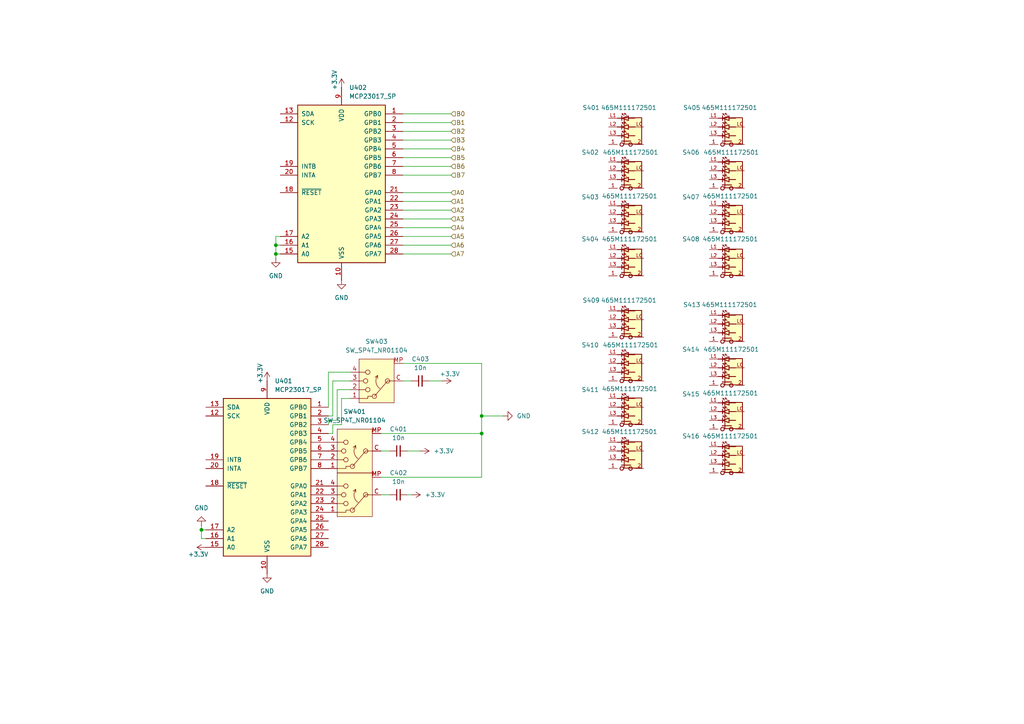
<source format=kicad_sch>
(kicad_sch (version 20231120) (generator "eeschema") (generator_version "8.0")
  (paper "A4")
  (lib_symbols
    (symbol "465M111172501:465M111172501" (pin_names (offset 1.016))
      (property "Reference" "S" (at 0.64 4.9 0))
      (property "Value" "465M111172501" (at -2.4 -7.5 0))
      (symbol "465M111172501_0_0"
        (circle (center -1.27 -5.08) (radius 0.508) (stroke (width 0.254)))
        (rectangle (start -0.57 -4.9501) (end 4.51 2.6699) (stroke (width 0.254)) (fill (type background)))
        (polyline (pts (xy -2.54 -2.54) (xy -1.27 -2.54)) (stroke (width 0.254)))
        (polyline (pts (xy -2.54 0) (xy -1.27 0)) (stroke (width 0.254)))
        (polyline (pts (xy -2.54 2.54) (xy -1.27 2.54)) (stroke (width 0.254)))
        (polyline (pts (xy -1.35 -4.1) (xy 1.35 -4.1)) (stroke (width 0.254)))
        (polyline (pts (xy -1.27 -3.175) (xy -1.27 -2.54)) (stroke (width 0.254)))
        (polyline (pts (xy -1.27 -2.54) (xy -1.27 -1.905)) (stroke (width 0.254)))
        (polyline (pts (xy -1.27 -2.54) (xy 0.635 -1.905)) (stroke (width 0.254)))
        (polyline (pts (xy -1.27 -0.635) (xy -1.27 0)) (stroke (width 0.254)))
        (polyline (pts (xy -1.27 0) (xy -1.27 0.635)) (stroke (width 0.254)))
        (polyline (pts (xy -1.27 0) (xy 0.635 0.635)) (stroke (width 0.254)))
        (polyline (pts (xy -1.27 1.905) (xy -1.27 2.54)) (stroke (width 0.254)))
        (polyline (pts (xy -1.27 2.54) (xy -1.27 3.175)) (stroke (width 0.254)))
        (polyline (pts (xy -1.27 2.54) (xy 0.635 3.175)) (stroke (width 0.254)))
        (polyline (pts (xy -1.2 -1.19) (xy -1.1 -1.625)) (stroke (width 0.1524)))
        (polyline (pts (xy -1.2 -1.19) (xy -0.765 -1.29)) (stroke (width 0.1524)))
        (polyline (pts (xy -1.2 1.35) (xy -1.1 0.915)) (stroke (width 0.1524)))
        (polyline (pts (xy -1.2 1.35) (xy -0.765 1.25)) (stroke (width 0.1524)))
        (polyline (pts (xy -1.2 3.89) (xy -1.1 3.455)) (stroke (width 0.1524)))
        (polyline (pts (xy -1.2 3.89) (xy -0.765 3.79)) (stroke (width 0.1524)))
        (polyline (pts (xy -0.565 -1.825) (xy -1.2 -1.19)) (stroke (width 0.1524)))
        (polyline (pts (xy -0.565 0.715) (xy -1.2 1.35)) (stroke (width 0.1524)))
        (polyline (pts (xy -0.565 3.255) (xy -1.2 3.89)) (stroke (width 0.1524)))
        (polyline (pts (xy -0.5 -1.09) (xy -0.4 -1.525)) (stroke (width 0.1524)))
        (polyline (pts (xy -0.5 -1.09) (xy -0.065 -1.19)) (stroke (width 0.1524)))
        (polyline (pts (xy -0.5 1.45) (xy -0.4 1.015)) (stroke (width 0.1524)))
        (polyline (pts (xy -0.5 1.45) (xy -0.065 1.35)) (stroke (width 0.1524)))
        (polyline (pts (xy -0.5 3.99) (xy -0.4 3.555)) (stroke (width 0.1524)))
        (polyline (pts (xy -0.5 3.99) (xy -0.065 3.89)) (stroke (width 0.1524)))
        (polyline (pts (xy 0.135 -1.725) (xy -0.5 -1.09)) (stroke (width 0.1524)))
        (polyline (pts (xy 0.135 0.815) (xy -0.5 1.45)) (stroke (width 0.1524)))
        (polyline (pts (xy 0.135 3.355) (xy -0.5 3.99)) (stroke (width 0.1524)))
        (polyline (pts (xy 0.635 -3.175) (xy -1.27 -2.54)) (stroke (width 0.254)))
        (polyline (pts (xy 0.635 -3.175) (xy 0.635 -2.54)) (stroke (width 0.254)))
        (polyline (pts (xy 0.635 -2.54) (xy 0.635 -1.905)) (stroke (width 0.254)))
        (polyline (pts (xy 0.635 -0.635) (xy -1.27 0)) (stroke (width 0.254)))
        (polyline (pts (xy 0.635 -0.635) (xy 0.635 0)) (stroke (width 0.254)))
        (polyline (pts (xy 0.635 0) (xy 0.635 0.635)) (stroke (width 0.254)))
        (polyline (pts (xy 0.635 1.905) (xy -1.27 2.54)) (stroke (width 0.254)))
        (polyline (pts (xy 0.635 1.905) (xy 0.635 2.54)) (stroke (width 0.254)))
        (polyline (pts (xy 0.635 2.54) (xy 0.635 3.175)) (stroke (width 0.254)))
        (polyline (pts (xy 2.54 -2.54) (xy 0.635 -2.54)) (stroke (width 0.254)))
        (polyline (pts (xy 2.54 0) (xy 0.635 0)) (stroke (width 0.254)))
        (polyline (pts (xy 2.54 2.54) (xy 0.635 2.54)) (stroke (width 0.254)))
        (circle (center 1.27 -5.08) (radius 0.508) (stroke (width 0.254)))
        (pin passive line (at -5.08 -5.08 0) (length 2.54) (name "~") (number "1"))
        (pin passive line (at 5.08 -5.08 180) (length 2.54) (name "~") (number "2"))
        (pin passive line (at -5.08 2.54 0) (length 2.54) (name "~") (number "L1"))
        (pin passive line (at -5.08 0 0) (length 2.54) (name "~") (number "L2"))
        (pin passive line (at -5.08 -2.54 0) (length 2.54) (name "~") (number "L3"))
        (pin passive line (at 5.08 0 180) (length 2.54) (name "~") (number "LC"))
      )
    )
    (symbol "Device:C_Small" (pin_numbers hide) (pin_names (offset 0.254) hide)
      (property "Reference" "C" (at 0.254 1.778 0))
      (property "Value" "C_Small" (at 0.254 -2.032 0))
      (symbol "C_Small_0_1"
        (polyline (pts (xy -1.524 -0.508) (xy 1.524 -0.508)) (stroke (width 0.3302)))
        (polyline (pts (xy -1.524 0.508) (xy 1.524 0.508)) (stroke (width 0.3048)))
      )
      (symbol "C_Small_1_1"
        (pin passive line (at 0 2.54 270) (length 2.032) (name "~") (number "1"))
        (pin passive line (at 0 -2.54 90) (length 2.032) (name "~") (number "2"))
      )
    )
    (symbol "Interface_Expansion:MCP23017_SP" (pin_names (offset 1.016))
      (property "Reference" "U" (at -11.43 24.13 0))
      (property "Value" "MCP23017_SP" (at 0 0 0))
      (symbol "MCP23017_SP_0_1"
        (rectangle (start -12.7 22.86) (end 12.7 -22.86) (stroke (width 0.254)) (fill (type background)))
      )
      (symbol "MCP23017_SP_1_1"
        (pin bidirectional line (at 17.78 20.32 180) (length 5.08) (name "GPB0") (number "1"))
        (pin power_in line (at 0 -27.94 90) (length 5.08) (name "VSS") (number "10"))
        (pin no_connect line (at -12.7 15.24 0) (length 5.08) hide (name "NC") (number "11"))
        (pin input line (at -17.78 17.78 0) (length 5.08) (name "SCK") (number "12"))
        (pin bidirectional line (at -17.78 20.32 0) (length 5.08) (name "SDA") (number "13"))
        (pin no_connect line (at -12.7 12.7 0) (length 5.08) hide (name "NC") (number "14"))
        (pin input line (at -17.78 -20.32 0) (length 5.08) (name "A0") (number "15"))
        (pin input line (at -17.78 -17.78 0) (length 5.08) (name "A1") (number "16"))
        (pin input line (at -17.78 -15.24 0) (length 5.08) (name "A2") (number "17"))
        (pin input line (at -17.78 -2.54 0) (length 5.08) (name "~{RESET}") (number "18"))
        (pin tri_state line (at -17.78 5.08 0) (length 5.08) (name "INTB") (number "19"))
        (pin bidirectional line (at 17.78 17.78 180) (length 5.08) (name "GPB1") (number "2"))
        (pin tri_state line (at -17.78 2.54 0) (length 5.08) (name "INTA") (number "20"))
        (pin bidirectional line (at 17.78 -2.54 180) (length 5.08) (name "GPA0") (number "21"))
        (pin bidirectional line (at 17.78 -5.08 180) (length 5.08) (name "GPA1") (number "22"))
        (pin bidirectional line (at 17.78 -7.62 180) (length 5.08) (name "GPA2") (number "23"))
        (pin bidirectional line (at 17.78 -10.16 180) (length 5.08) (name "GPA3") (number "24"))
        (pin bidirectional line (at 17.78 -12.7 180) (length 5.08) (name "GPA4") (number "25"))
        (pin bidirectional line (at 17.78 -15.24 180) (length 5.08) (name "GPA5") (number "26"))
        (pin bidirectional line (at 17.78 -17.78 180) (length 5.08) (name "GPA6") (number "27"))
        (pin bidirectional line (at 17.78 -20.32 180) (length 5.08) (name "GPA7") (number "28"))
        (pin bidirectional line (at 17.78 15.24 180) (length 5.08) (name "GPB2") (number "3"))
        (pin bidirectional line (at 17.78 12.7 180) (length 5.08) (name "GPB3") (number "4"))
        (pin bidirectional line (at 17.78 10.16 180) (length 5.08) (name "GPB4") (number "5"))
        (pin bidirectional line (at 17.78 7.62 180) (length 5.08) (name "GPB5") (number "6"))
        (pin bidirectional line (at 17.78 5.08 180) (length 5.08) (name "GPB6") (number "7"))
        (pin bidirectional line (at 17.78 2.54 180) (length 5.08) (name "GPB7") (number "8"))
        (pin power_in line (at 0 27.94 270) (length 5.08) (name "VDD") (number "9"))
      )
    )
    (symbol "Switch:SW_SP4T_NR01104" (pin_names hide)
      (property "Reference" "SW" (at 0 7.62 0))
      (property "Value" "SW_SP4T_NR01104" (at 0 -7.62 0))
      (symbol "SW_SP4T_NR01104_0_1"
        (circle (center -3.175 0) (radius 0.635))
        (arc (start -0.3176 -1.5875) (mid 0.154 0.449) (end -0.9526 2.2225))
        (polyline (pts (xy -5.08 0) (xy -3.175 0)))
        (polyline (pts (xy -3.175 0) (xy 0.635 4.445)))
        (polyline (pts (xy -0.3176 -1.5875) (xy -0.3176 -1.5875)))
        (polyline (pts (xy -0.3176 -1.5875) (xy -0.3176 -0.6985)))
        (polyline (pts (xy -0.3176 -1.5875) (xy 0.4444 -1.0795)))
        (polyline (pts (xy 0.3174 -1.5875) (xy 0.3174 -1.5875)))
        (polyline (pts (xy 5.08 -2.54) (xy 3.175 -2.54)))
        (polyline (pts (xy 5.08 0) (xy 3.81 0)))
        (polyline (pts (xy 5.08 2.54) (xy 3.175 2.54)))
        (polyline (pts (xy 5.08 5.08) (xy 2.54 5.08) (xy 2.54 4.445) (xy 1.27 4.445)))
        (circle (center 0.635 4.445) (radius 0.635))
        (circle (center 2.54 -2.54) (radius 0.635))
        (circle (center 2.54 2.54) (radius 0.635))
        (circle (center 3.175 0) (radius 0.635))
      )
      (symbol "SW_SP4T_NR01104_1_1"
        (polyline (pts (xy -5.08 6.35) (xy 5.08 6.35) (xy 5.08 -6.35) (xy -5.08 -6.35) (xy -5.08 6.35) (xy -5.08 6.35)) (fill (type background)))
        (pin passive line (at 7.62 5.08 180) (length 2.54) (name "1") (number "1"))
        (pin passive line (at 7.62 2.54 180) (length 2.54) (name "2") (number "2"))
        (pin passive line (at 7.62 0 180) (length 2.54) (name "3") (number "3"))
        (pin passive line (at 7.62 -2.54 180) (length 2.54) (name "4") (number "4"))
        (pin no_connect line (at 5.08 -5.08 180) (length 0) hide (name "") (number "5"))
        (pin passive line (at -7.62 0 0) (length 2.54) (name "Common") (number "C"))
        (pin passive line (at -7.62 -5.08 0) (length 2.54) (name "MP") (number "MP"))
      )
    )
    (symbol "power:+3.3V" (power) (pin_numbers hide) (pin_names (offset 0) hide)
      (property "Value" "+3.3V" (at 0 3.556 0))
      (symbol "+3.3V_0_1"
        (polyline (pts (xy -0.762 1.27) (xy 0 2.54)))
        (polyline (pts (xy 0 0) (xy 0 2.54)))
        (polyline (pts (xy 0 2.54) (xy 0.762 1.27)))
      )
      (symbol "+3.3V_1_1"
        (pin power_in line (at 0 0 90) (length 0) (name "~") (number "1"))
      )
    )
    (symbol "power:GND" (power) (pin_numbers hide) (pin_names (offset 0) hide)
      (property "Value" "GND" (at 0 -3.81 0))
      (symbol "GND_0_1"
        (polyline (pts (xy 0 0) (xy 0 -1.27) (xy 1.27 -1.27) (xy 0 -2.54) (xy -1.27 -1.27) (xy 0 -1.27)))
      )
      (symbol "GND_1_1"
        (pin power_in line (at 0 0 270) (length 0) (name "~") (number "1"))
      )
    )
  )
  (junction (at 80.01 73.66))
  (junction (at 139.7 120.65))
  (junction (at 80.01 71.12))
  (junction (at 139.7 125.73))
  (junction (at 58.42 153.67))
  (wire (pts (xy 81.28 71.12) (xy 80.01 71.12)))
  (wire (pts (xy 130.81 48.26) (xy 116.84 48.26)))
  (wire (pts (xy 80.01 73.66) (xy 80.01 74.93)))
  (wire (pts (xy 81.28 68.58) (xy 80.01 68.58)))
  (wire (pts (xy 139.7 105.41) (xy 116.84 105.41)))
  (wire (pts (xy 99.06 115.57) (xy 99.06 123.19)))
  (wire (pts (xy 130.81 45.72) (xy 116.84 45.72)))
  (wire (pts (xy 96.52 120.65) (xy 95.25 120.65)))
  (wire (pts (xy 95.25 107.95) (xy 95.25 118.11)))
  (wire (pts (xy 124.46 110.49) (xy 128.27 110.49)))
  (wire (pts (xy 101.6 110.49) (xy 96.52 110.49)))
  (wire (pts (xy 96.52 125.73) (xy 96.52 123.19)))
  (wire (pts (xy 139.7 138.43) (xy 110.49 138.43)))
  (wire (pts (xy 96.52 123.19) (xy 99.06 123.19)))
  (wire (pts (xy 58.42 153.67) (xy 58.42 152.4)))
  (wire (pts (xy 130.81 33.02) (xy 116.84 33.02)))
  (wire (pts (xy 130.81 35.56) (xy 116.84 35.56)))
  (wire (pts (xy 130.81 66.04) (xy 116.84 66.04)))
  (wire (pts (xy 130.81 63.5) (xy 116.84 63.5)))
  (wire (pts (xy 95.25 123.19) (xy 95.25 121.92)))
  (wire (pts (xy 95.25 125.73) (xy 96.52 125.73)))
  (wire (pts (xy 130.81 58.42) (xy 116.84 58.42)))
  (wire (pts (xy 118.11 143.51) (xy 119.38 143.51)))
  (wire (pts (xy 130.81 43.18) (xy 116.84 43.18)))
  (wire (pts (xy 130.81 73.66) (xy 116.84 73.66)))
  (wire (pts (xy 139.7 105.41) (xy 139.7 120.65)))
  (wire (pts (xy 58.42 156.21) (xy 58.42 153.67)))
  (wire (pts (xy 81.28 73.66) (xy 80.01 73.66)))
  (wire (pts (xy 130.81 60.96) (xy 116.84 60.96)))
  (wire (pts (xy 146.05 120.65) (xy 139.7 120.65)))
  (wire (pts (xy 97.79 113.03) (xy 101.6 113.03)))
  (wire (pts (xy 97.79 113.03) (xy 97.79 121.92)))
  (wire (pts (xy 96.52 110.49) (xy 96.52 120.65)))
  (wire (pts (xy 80.01 68.58) (xy 80.01 71.12)))
  (wire (pts (xy 139.7 125.73) (xy 139.7 138.43)))
  (wire (pts (xy 80.01 71.12) (xy 80.01 73.66)))
  (wire (pts (xy 59.69 153.67) (xy 58.42 153.67)))
  (wire (pts (xy 139.7 120.65) (xy 139.7 125.73)))
  (wire (pts (xy 59.69 156.21) (xy 58.42 156.21)))
  (wire (pts (xy 110.49 143.51) (xy 113.03 143.51)))
  (wire (pts (xy 130.81 68.58) (xy 116.84 68.58)))
  (wire (pts (xy 130.81 40.64) (xy 116.84 40.64)))
  (wire (pts (xy 130.81 50.8) (xy 116.84 50.8)))
  (wire (pts (xy 101.6 107.95) (xy 95.25 107.95)))
  (wire (pts (xy 101.6 115.57) (xy 99.06 115.57)))
  (wire (pts (xy 130.81 71.12) (xy 116.84 71.12)))
  (wire (pts (xy 110.49 130.81) (xy 113.03 130.81)))
  (wire (pts (xy 130.81 55.88) (xy 116.84 55.88)))
  (wire (pts (xy 139.7 125.73) (xy 110.49 125.73)))
  (wire (pts (xy 118.11 130.81) (xy 121.92 130.81)))
  (wire (pts (xy 95.25 121.92) (xy 97.79 121.92)))
  (wire (pts (xy 116.84 110.49) (xy 119.38 110.49)))
  (wire (pts (xy 130.81 38.1) (xy 116.84 38.1)))
  (hierarchical_label "A5" (shape input) (at 130.81 68.58 0))
  (hierarchical_label "A6" (shape input) (at 130.81 71.12 0))
  (hierarchical_label "B6" (shape input) (at 130.81 48.26 0))
  (hierarchical_label "A0" (shape input) (at 130.81 55.88 0))
  (hierarchical_label "B1" (shape input) (at 130.81 35.56 0))
  (hierarchical_label "B7" (shape input) (at 130.81 50.8 0))
  (hierarchical_label "A1" (shape input) (at 130.81 58.42 0))
  (hierarchical_label "B5" (shape input) (at 130.81 45.72 0))
  (hierarchical_label "B0" (shape input) (at 130.81 33.02 0))
  (hierarchical_label "A7" (shape input) (at 130.81 73.66 0))
  (hierarchical_label "A4" (shape input) (at 130.81 66.04 0))
  (hierarchical_label "A2" (shape input) (at 130.81 60.96 0))
  (hierarchical_label "B3" (shape input) (at 130.81 40.64 0))
  (hierarchical_label "B4" (shape input) (at 130.81 43.18 0))
  (hierarchical_label "B2" (shape input) (at 130.81 38.1 0))
  (hierarchical_label "A3" (shape input) (at 130.81 63.5 0))
  (symbol (lib_id "465M111172501:465M111172501") (at 210.82 49.53 0) (unit 1)
    (property "Reference" "S406" (at 200.406 44.196 0))
    (property "Value" "465M111172501" (at 212.09 44.196 0))
    (property "Footprint" "465M111172501:465M111172501" (effects (hide yes)))
    (property "MF" "Wurth Electronics Inc." (effects (hide yes)))
    (property "Description_1" "\nPUSHBUTTON SWITCH ILLUMINATED 15\n" (effects (hide yes)))
    (property "Package" "None" (effects (hide yes)))
    (property "Price" "None" (effects (hide yes)))
    (property "EMITTING-COLOR" "Red&Green&Blue" (effects (hide yes)))
    (property "SnapEDA_Link" "https://www.snapeda.com/parts/465M111172501/Wurth+Electronics+Inc/view-part/?ref=snap" (effects (hide yes)))
    (property "DATASHEET-URL" "https://www.we-online.com/catalog/datasheet/465M111172501.pdf" (effects (hide yes)))
    (property "MP" "465M111172501" (effects (hide yes)))
    (property "PART-NUMBER" "465M111172501" (effects (hide yes)))
    (property "ELECTRICAL-LIFE" "1000000 times" (effects (hide yes)))
    (property "Availability" "In Stock" (effects (hide yes)))
    (property "Check_prices" "https://www.snapeda.com/parts/465M111172501/Wurth+Electronics+Inc/view-part/?ref=eda" (effects (hide yes)))
  )
  (symbol (lib_id "Device:C_Small") (at 115.57 130.81 90) (unit 1)
    (property "Reference" "C401" (at 115.5763 124.46 90))
    (property "Value" "10n" (at 115.5763 127 90))
    (property "Description" "Unpolarized capacitor, small symbol" (effects (hide yes)))
  )
  (symbol (lib_id "Device:C_Small") (at 115.57 143.51 90) (unit 1)
    (property "Reference" "C402" (at 115.5763 137.16 90))
    (property "Value" "10n" (at 115.5763 139.7 90))
    (property "Description" "Unpolarized capacitor, small symbol" (effects (hide yes)))
  )
  (symbol (lib_id "Interface_Expansion:MCP23017_SP") (at 99.06 53.34 0) (unit 1)
    (property "Reference" "U402" (at 101.2541 25.4 0) (effects (justify left)))
    (property "Value" "MCP23017_SP" (at 101.2541 27.94 0) (effects (justify left)))
    (property "Footprint" "Package_DIP:DIP-28_W7.62mm" (effects (hide yes)))
    (property "Datasheet" "http://ww1.microchip.com/downloads/en/DeviceDoc/20001952C.pdf" (effects (hide yes)))
    (property "Description" "16-bit I/O expander, I2C, interrupts, w pull-ups, SPDIP-28" (effects (hide yes)))
  )
  (symbol (lib_id "465M111172501:465M111172501") (at 210.82 119.38 0) (unit 1)
    (property "Reference" "S415" (at 200.406 114.3 0))
    (property "Value" "465M111172501" (at 211.836 114.046 0))
    (property "Footprint" "465M111172501:465M111172501" (effects (hide yes)))
    (property "MF" "Wurth Electronics Inc." (effects (hide yes)))
    (property "Description_1" "\nPUSHBUTTON SWITCH ILLUMINATED 15\n" (effects (hide yes)))
    (property "Package" "None" (effects (hide yes)))
    (property "Price" "None" (effects (hide yes)))
    (property "EMITTING-COLOR" "Red&Green&Blue" (effects (hide yes)))
    (property "SnapEDA_Link" "https://www.snapeda.com/parts/465M111172501/Wurth+Electronics+Inc/view-part/?ref=snap" (effects (hide yes)))
    (property "DATASHEET-URL" "https://www.we-online.com/catalog/datasheet/465M111172501.pdf" (effects (hide yes)))
    (property "MP" "465M111172501" (effects (hide yes)))
    (property "PART-NUMBER" "465M111172501" (effects (hide yes)))
    (property "ELECTRICAL-LIFE" "1000000 times" (effects (hide yes)))
    (property "Availability" "In Stock" (effects (hide yes)))
    (property "Check_prices" "https://www.snapeda.com/parts/465M111172501/Wurth+Electronics+Inc/view-part/?ref=eda" (effects (hide yes)))
  )
  (symbol (lib_id "465M111172501:465M111172501") (at 210.82 62.23 0) (unit 1)
    (property "Reference" "S407" (at 200.406 57.15 0))
    (property "Value" "465M111172501" (at 211.836 56.896 0))
    (property "Footprint" "465M111172501:465M111172501" (effects (hide yes)))
    (property "MF" "Wurth Electronics Inc." (effects (hide yes)))
    (property "Description_1" "\nPUSHBUTTON SWITCH ILLUMINATED 15\n" (effects (hide yes)))
    (property "Package" "None" (effects (hide yes)))
    (property "Price" "None" (effects (hide yes)))
    (property "EMITTING-COLOR" "Red&Green&Blue" (effects (hide yes)))
    (property "SnapEDA_Link" "https://www.snapeda.com/parts/465M111172501/Wurth+Electronics+Inc/view-part/?ref=snap" (effects (hide yes)))
    (property "DATASHEET-URL" "https://www.we-online.com/catalog/datasheet/465M111172501.pdf" (effects (hide yes)))
    (property "MP" "465M111172501" (effects (hide yes)))
    (property "PART-NUMBER" "465M111172501" (effects (hide yes)))
    (property "ELECTRICAL-LIFE" "1000000 times" (effects (hide yes)))
    (property "Availability" "In Stock" (effects (hide yes)))
    (property "Check_prices" "https://www.snapeda.com/parts/465M111172501/Wurth+Electronics+Inc/view-part/?ref=eda" (effects (hide yes)))
  )
  (symbol (lib_id "power:+3.3V") (at 77.47 110.49 0) (unit 1)
    (property "Reference" "#PWR0405" (effects (hide yes)))
    (property "Value" "+3.3V" (at 75.438 111.252 90) (effects (justify left)))
    (property "Description" "Power symbol creates a global label with name \"+3.3V\"" (effects (hide yes)))
  )
  (symbol (lib_id "465M111172501:465M111172501") (at 181.61 49.53 0) (unit 1)
    (property "Reference" "S402" (at 171.196 44.196 0))
    (property "Value" "465M111172501" (at 182.88 44.196 0))
    (property "Footprint" "465M111172501:465M111172501" (effects (hide yes)))
    (property "MF" "Wurth Electronics Inc." (effects (hide yes)))
    (property "Description_1" "\nPUSHBUTTON SWITCH ILLUMINATED 15\n" (effects (hide yes)))
    (property "Package" "None" (effects (hide yes)))
    (property "Price" "None" (effects (hide yes)))
    (property "EMITTING-COLOR" "Red&Green&Blue" (effects (hide yes)))
    (property "SnapEDA_Link" "https://www.snapeda.com/parts/465M111172501/Wurth+Electronics+Inc/view-part/?ref=snap" (effects (hide yes)))
    (property "DATASHEET-URL" "https://www.we-online.com/catalog/datasheet/465M111172501.pdf" (effects (hide yes)))
    (property "MP" "465M111172501" (effects (hide yes)))
    (property "PART-NUMBER" "465M111172501" (effects (hide yes)))
    (property "ELECTRICAL-LIFE" "1000000 times" (effects (hide yes)))
    (property "Availability" "In Stock" (effects (hide yes)))
    (property "Check_prices" "https://www.snapeda.com/parts/465M111172501/Wurth+Electronics+Inc/view-part/?ref=eda" (effects (hide yes)))
  )
  (symbol (lib_id "power:+3.3V") (at 59.69 158.75 90) (unit 1)
    (property "Reference" "#PWR0411" (effects (hide yes)))
    (property "Value" "+3.3V" (at 60.452 160.782 90) (effects (justify left)))
    (property "Description" "Power symbol creates a global label with name \"+3.3V\"" (effects (hide yes)))
  )
  (symbol (lib_id "power:+3.3V") (at 119.38 143.51 270) (unit 1)
    (property "Reference" "#PWR0401" (effects (hide yes)))
    (property "Value" "+3.3V" (at 123.19 143.5099 90) (effects (justify left)))
    (property "Description" "Power symbol creates a global label with name \"+3.3V\"" (effects (hide yes)))
  )
  (symbol (lib_id "power:+3.3V") (at 128.27 110.49 270) (unit 1)
    (property "Reference" "#PWR0403" (effects (hide yes)))
    (property "Value" "+3.3V" (at 127.508 108.458 90) (effects (justify left)))
    (property "Description" "Power symbol creates a global label with name \"+3.3V\"" (effects (hide yes)))
  )
  (symbol (lib_id "Interface_Expansion:MCP23017_SP") (at 77.47 138.43 0) (unit 1)
    (property "Reference" "U401" (at 79.6641 110.49 0) (effects (justify left)))
    (property "Value" "MCP23017_SP" (at 79.6641 113.03 0) (effects (justify left)))
    (property "Footprint" "Package_DIP:DIP-28_W7.62mm" (effects (hide yes)))
    (property "Datasheet" "http://ww1.microchip.com/downloads/en/DeviceDoc/20001952C.pdf" (effects (hide yes)))
    (property "Description" "16-bit I/O expander, I2C, interrupts, w pull-ups, SPDIP-28" (effects (hide yes)))
  )
  (symbol (lib_id "power:+3.3V") (at 121.92 130.81 270) (unit 1)
    (property "Reference" "#PWR0402" (effects (hide yes)))
    (property "Value" "+3.3V" (at 125.73 130.8099 90) (effects (justify left)))
    (property "Description" "Power symbol creates a global label with name \"+3.3V\"" (effects (hide yes)))
  )
  (symbol (lib_id "465M111172501:465M111172501") (at 181.61 92.71 0) (unit 1)
    (property "Reference" "S409" (at 171.45 87.122 0))
    (property "Value" "465M111172501" (at 182.372 87.122 0))
    (property "Footprint" "465M111172501:465M111172501" (effects (hide yes)))
    (property "MF" "Wurth Electronics Inc." (effects (hide yes)))
    (property "Description_1" "\nPUSHBUTTON SWITCH ILLUMINATED 15\n" (effects (hide yes)))
    (property "Package" "None" (effects (hide yes)))
    (property "Price" "None" (effects (hide yes)))
    (property "EMITTING-COLOR" "Red&Green&Blue" (effects (hide yes)))
    (property "SnapEDA_Link" "https://www.snapeda.com/parts/465M111172501/Wurth+Electronics+Inc/view-part/?ref=snap" (effects (hide yes)))
    (property "DATASHEET-URL" "https://www.we-online.com/catalog/datasheet/465M111172501.pdf" (effects (hide yes)))
    (property "MP" "465M111172501" (effects (hide yes)))
    (property "PART-NUMBER" "465M111172501" (effects (hide yes)))
    (property "ELECTRICAL-LIFE" "1000000 times" (effects (hide yes)))
    (property "Availability" "In Stock" (effects (hide yes)))
    (property "Check_prices" "https://www.snapeda.com/parts/465M111172501/Wurth+Electronics+Inc/view-part/?ref=eda" (effects (hide yes)))
  )
  (symbol (lib_id "465M111172501:465M111172501") (at 210.82 93.98 0) (unit 1)
    (property "Reference" "S413" (at 200.66 88.392 0))
    (property "Value" "465M111172501" (at 211.582 88.392 0))
    (property "Footprint" "465M111172501:465M111172501" (effects (hide yes)))
    (property "MF" "Wurth Electronics Inc." (effects (hide yes)))
    (property "Description_1" "\nPUSHBUTTON SWITCH ILLUMINATED 15\n" (effects (hide yes)))
    (property "Package" "None" (effects (hide yes)))
    (property "Price" "None" (effects (hide yes)))
    (property "EMITTING-COLOR" "Red&Green&Blue" (effects (hide yes)))
    (property "SnapEDA_Link" "https://www.snapeda.com/parts/465M111172501/Wurth+Electronics+Inc/view-part/?ref=snap" (effects (hide yes)))
    (property "DATASHEET-URL" "https://www.we-online.com/catalog/datasheet/465M111172501.pdf" (effects (hide yes)))
    (property "MP" "465M111172501" (effects (hide yes)))
    (property "PART-NUMBER" "465M111172501" (effects (hide yes)))
    (property "ELECTRICAL-LIFE" "1000000 times" (effects (hide yes)))
    (property "Availability" "In Stock" (effects (hide yes)))
    (property "Check_prices" "https://www.snapeda.com/parts/465M111172501/Wurth+Electronics+Inc/view-part/?ref=eda" (effects (hide yes)))
  )
  (symbol (lib_id "465M111172501:465M111172501") (at 181.61 105.41 0) (unit 1)
    (property "Reference" "S410" (at 171.196 100.076 0))
    (property "Value" "465M111172501" (at 182.88 100.076 0))
    (property "Footprint" "465M111172501:465M111172501" (effects (hide yes)))
    (property "MF" "Wurth Electronics Inc." (effects (hide yes)))
    (property "Description_1" "\nPUSHBUTTON SWITCH ILLUMINATED 15\n" (effects (hide yes)))
    (property "Package" "None" (effects (hide yes)))
    (property "Price" "None" (effects (hide yes)))
    (property "EMITTING-COLOR" "Red&Green&Blue" (effects (hide yes)))
    (property "SnapEDA_Link" "https://www.snapeda.com/parts/465M111172501/Wurth+Electronics+Inc/view-part/?ref=snap" (effects (hide yes)))
    (property "DATASHEET-URL" "https://www.we-online.com/catalog/datasheet/465M111172501.pdf" (effects (hide yes)))
    (property "MP" "465M111172501" (effects (hide yes)))
    (property "PART-NUMBER" "465M111172501" (effects (hide yes)))
    (property "ELECTRICAL-LIFE" "1000000 times" (effects (hide yes)))
    (property "Availability" "In Stock" (effects (hide yes)))
    (property "Check_prices" "https://www.snapeda.com/parts/465M111172501/Wurth+Electronics+Inc/view-part/?ref=eda" (effects (hide yes)))
  )
  (symbol (lib_id "465M111172501:465M111172501") (at 210.82 106.68 0) (unit 1)
    (property "Reference" "S414" (at 200.406 101.346 0))
    (property "Value" "465M111172501" (at 212.09 101.346 0))
    (property "Footprint" "465M111172501:465M111172501" (effects (hide yes)))
    (property "MF" "Wurth Electronics Inc." (effects (hide yes)))
    (property "Description_1" "\nPUSHBUTTON SWITCH ILLUMINATED 15\n" (effects (hide yes)))
    (property "Package" "None" (effects (hide yes)))
    (property "Price" "None" (effects (hide yes)))
    (property "EMITTING-COLOR" "Red&Green&Blue" (effects (hide yes)))
    (property "SnapEDA_Link" "https://www.snapeda.com/parts/465M111172501/Wurth+Electronics+Inc/view-part/?ref=snap" (effects (hide yes)))
    (property "DATASHEET-URL" "https://www.we-online.com/catalog/datasheet/465M111172501.pdf" (effects (hide yes)))
    (property "MP" "465M111172501" (effects (hide yes)))
    (property "PART-NUMBER" "465M111172501" (effects (hide yes)))
    (property "ELECTRICAL-LIFE" "1000000 times" (effects (hide yes)))
    (property "Availability" "In Stock" (effects (hide yes)))
    (property "Check_prices" "https://www.snapeda.com/parts/465M111172501/Wurth+Electronics+Inc/view-part/?ref=eda" (effects (hide yes)))
  )
  (symbol (lib_id "465M111172501:465M111172501") (at 181.61 130.81 0) (unit 1)
    (property "Reference" "S412" (at 171.196 125.222 0))
    (property "Value" "465M111172501" (at 182.626 125.222 0))
    (property "Footprint" "465M111172501:465M111172501" (effects (hide yes)))
    (property "MF" "Wurth Electronics Inc." (effects (hide yes)))
    (property "Description_1" "\nPUSHBUTTON SWITCH ILLUMINATED 15\n" (effects (hide yes)))
    (property "Package" "None" (effects (hide yes)))
    (property "Price" "None" (effects (hide yes)))
    (property "EMITTING-COLOR" "Red&Green&Blue" (effects (hide yes)))
    (property "SnapEDA_Link" "https://www.snapeda.com/parts/465M111172501/Wurth+Electronics+Inc/view-part/?ref=snap" (effects (hide yes)))
    (property "DATASHEET-URL" "https://www.we-online.com/catalog/datasheet/465M111172501.pdf" (effects (hide yes)))
    (property "MP" "465M111172501" (effects (hide yes)))
    (property "PART-NUMBER" "465M111172501" (effects (hide yes)))
    (property "ELECTRICAL-LIFE" "1000000 times" (effects (hide yes)))
    (property "Availability" "In Stock" (effects (hide yes)))
    (property "Check_prices" "https://www.snapeda.com/parts/465M111172501/Wurth+Electronics+Inc/view-part/?ref=eda" (effects (hide yes)))
  )
  (symbol (lib_id "Switch:SW_SP4T_NR01104") (at 102.87 143.51 180) (unit 1)
    (property "Reference" "SW402" (effects (hide yes)))
    (property "Value" "SW_SP4T_NR01104" (effects (hide yes)))
    (property "Footprint" "Button_Switch_THT:SW_NKK_NR01" (effects (hide yes)))
    (property "Datasheet" "https://www.nkkswitches.com/pdf/NR01%20Rotaries.pdf" (effects (hide yes)))
    (property "Description" "NKK Switches NR01 Series rotary SP4T switch" (effects (hide yes)))
  )
  (symbol (lib_id "465M111172501:465M111172501") (at 210.82 36.83 0) (unit 1)
    (property "Reference" "S405" (at 200.66 31.242 0))
    (property "Value" "465M111172501" (at 211.582 31.242 0))
    (property "Footprint" "465M111172501:465M111172501" (effects (hide yes)))
    (property "MF" "Wurth Electronics Inc." (effects (hide yes)))
    (property "Description_1" "\nPUSHBUTTON SWITCH ILLUMINATED 15\n" (effects (hide yes)))
    (property "Package" "None" (effects (hide yes)))
    (property "Price" "None" (effects (hide yes)))
    (property "EMITTING-COLOR" "Red&Green&Blue" (effects (hide yes)))
    (property "SnapEDA_Link" "https://www.snapeda.com/parts/465M111172501/Wurth+Electronics+Inc/view-part/?ref=snap" (effects (hide yes)))
    (property "DATASHEET-URL" "https://www.we-online.com/catalog/datasheet/465M111172501.pdf" (effects (hide yes)))
    (property "MP" "465M111172501" (effects (hide yes)))
    (property "PART-NUMBER" "465M111172501" (effects (hide yes)))
    (property "ELECTRICAL-LIFE" "1000000 times" (effects (hide yes)))
    (property "Availability" "In Stock" (effects (hide yes)))
    (property "Check_prices" "https://www.snapeda.com/parts/465M111172501/Wurth+Electronics+Inc/view-part/?ref=eda" (effects (hide yes)))
  )
  (symbol (lib_id "power:+3.3V") (at 99.06 25.4 0) (unit 1)
    (property "Reference" "#PWR0407" (effects (hide yes)))
    (property "Value" "+3.3V" (at 97.028 26.162 90) (effects (justify left)))
    (property "Description" "Power symbol creates a global label with name \"+3.3V\"" (effects (hide yes)))
  )
  (symbol (lib_id "power:GND") (at 99.06 81.28 0) (unit 1)
    (property "Reference" "#PWR0408" (effects (hide yes)))
    (property "Value" "GND" (at 99.06 86.36 0))
    (property "Description" "Power symbol creates a global label with name \"GND\" , ground" (effects (hide yes)))
  )
  (symbol (lib_id "465M111172501:465M111172501") (at 210.82 132.08 0) (unit 1)
    (property "Reference" "S416" (at 200.406 126.492 0))
    (property "Value" "465M111172501" (at 211.836 126.492 0))
    (property "Footprint" "465M111172501:465M111172501" (effects (hide yes)))
    (property "MF" "Wurth Electronics Inc." (effects (hide yes)))
    (property "Description_1" "\nPUSHBUTTON SWITCH ILLUMINATED 15\n" (effects (hide yes)))
    (property "Package" "None" (effects (hide yes)))
    (property "Price" "None" (effects (hide yes)))
    (property "EMITTING-COLOR" "Red&Green&Blue" (effects (hide yes)))
    (property "SnapEDA_Link" "https://www.snapeda.com/parts/465M111172501/Wurth+Electronics+Inc/view-part/?ref=snap" (effects (hide yes)))
    (property "DATASHEET-URL" "https://www.we-online.com/catalog/datasheet/465M111172501.pdf" (effects (hide yes)))
    (property "MP" "465M111172501" (effects (hide yes)))
    (property "PART-NUMBER" "465M111172501" (effects (hide yes)))
    (property "ELECTRICAL-LIFE" "1000000 times" (effects (hide yes)))
    (property "Availability" "In Stock" (effects (hide yes)))
    (property "Check_prices" "https://www.snapeda.com/parts/465M111172501/Wurth+Electronics+Inc/view-part/?ref=eda" (effects (hide yes)))
  )
  (symbol (lib_id "465M111172501:465M111172501") (at 181.61 118.11 0) (unit 1)
    (property "Reference" "S411" (at 171.196 113.03 0))
    (property "Value" "465M111172501" (at 182.626 112.776 0))
    (property "Footprint" "465M111172501:465M111172501" (effects (hide yes)))
    (property "MF" "Wurth Electronics Inc." (effects (hide yes)))
    (property "Description_1" "\nPUSHBUTTON SWITCH ILLUMINATED 15\n" (effects (hide yes)))
    (property "Package" "None" (effects (hide yes)))
    (property "Price" "None" (effects (hide yes)))
    (property "EMITTING-COLOR" "Red&Green&Blue" (effects (hide yes)))
    (property "SnapEDA_Link" "https://www.snapeda.com/parts/465M111172501/Wurth+Electronics+Inc/view-part/?ref=snap" (effects (hide yes)))
    (property "DATASHEET-URL" "https://www.we-online.com/catalog/datasheet/465M111172501.pdf" (effects (hide yes)))
    (property "MP" "465M111172501" (effects (hide yes)))
    (property "PART-NUMBER" "465M111172501" (effects (hide yes)))
    (property "ELECTRICAL-LIFE" "1000000 times" (effects (hide yes)))
    (property "Availability" "In Stock" (effects (hide yes)))
    (property "Check_prices" "https://www.snapeda.com/parts/465M111172501/Wurth+Electronics+Inc/view-part/?ref=eda" (effects (hide yes)))
  )
  (symbol (lib_id "Switch:SW_SP4T_NR01104") (at 109.22 110.49 180) (unit 1)
    (property "Reference" "SW403" (at 109.22 99.06 0))
    (property "Value" "SW_SP4T_NR01104" (at 109.22 101.6 0))
    (property "Footprint" "Button_Switch_THT:SW_NKK_NR01" (effects (hide yes)))
    (property "Datasheet" "https://www.nkkswitches.com/pdf/NR01%20Rotaries.pdf" (effects (hide yes)))
    (property "Description" "NKK Switches NR01 Series rotary SP4T switch" (effects (hide yes)))
  )
  (symbol (lib_id "Device:C_Small") (at 121.92 110.49 90) (unit 1)
    (property "Reference" "C403" (at 121.9263 104.14 90))
    (property "Value" "10n" (at 121.9263 106.68 90))
    (property "Description" "Unpolarized capacitor, small symbol" (effects (hide yes)))
  )
  (symbol (lib_id "power:GND") (at 77.47 166.37 0) (unit 1)
    (property "Reference" "#PWR0406" (effects (hide yes)))
    (property "Value" "GND" (at 77.47 171.45 0))
    (property "Description" "Power symbol creates a global label with name \"GND\" , ground" (effects (hide yes)))
  )
  (symbol (lib_id "Switch:SW_SP4T_NR01104") (at 102.87 130.81 180) (unit 1)
    (property "Reference" "SW401" (at 102.87 119.38 0))
    (property "Value" "SW_SP4T_NR01104" (at 102.87 121.92 0))
    (property "Footprint" "Button_Switch_THT:SW_NKK_NR01" (effects (hide yes)))
    (property "Datasheet" "https://www.nkkswitches.com/pdf/NR01%20Rotaries.pdf" (effects (hide yes)))
    (property "Description" "NKK Switches NR01 Series rotary SP4T switch" (effects (hide yes)))
  )
  (symbol (lib_id "power:GND") (at 58.42 152.4 180) (unit 1)
    (property "Reference" "#PWR0410" (effects (hide yes)))
    (property "Value" "GND" (at 58.42 147.32 0))
    (property "Description" "Power symbol creates a global label with name \"GND\" , ground" (effects (hide yes)))
  )
  (symbol (lib_id "465M111172501:465M111172501") (at 181.61 74.93 0) (unit 1)
    (property "Reference" "S404" (at 171.196 69.342 0))
    (property "Value" "465M111172501" (at 182.626 69.342 0))
    (property "Footprint" "465M111172501:465M111172501" (effects (hide yes)))
    (property "MF" "Wurth Electronics Inc." (effects (hide yes)))
    (property "Description_1" "\nPUSHBUTTON SWITCH ILLUMINATED 15\n" (effects (hide yes)))
    (property "Package" "None" (effects (hide yes)))
    (property "Price" "None" (effects (hide yes)))
    (property "EMITTING-COLOR" "Red&Green&Blue" (effects (hide yes)))
    (property "SnapEDA_Link" "https://www.snapeda.com/parts/465M111172501/Wurth+Electronics+Inc/view-part/?ref=snap" (effects (hide yes)))
    (property "DATASHEET-URL" "https://www.we-online.com/catalog/datasheet/465M111172501.pdf" (effects (hide yes)))
    (property "MP" "465M111172501" (effects (hide yes)))
    (property "PART-NUMBER" "465M111172501" (effects (hide yes)))
    (property "ELECTRICAL-LIFE" "1000000 times" (effects (hide yes)))
    (property "Availability" "In Stock" (effects (hide yes)))
    (property "Check_prices" "https://www.snapeda.com/parts/465M111172501/Wurth+Electronics+Inc/view-part/?ref=eda" (effects (hide yes)))
  )
  (symbol (lib_id "465M111172501:465M111172501") (at 181.61 36.83 0) (unit 1)
    (property "Reference" "S401" (at 171.45 31.242 0))
    (property "Value" "465M111172501" (at 182.372 31.242 0))
    (property "Footprint" "465M111172501:465M111172501" (effects (hide yes)))
    (property "MF" "Wurth Electronics Inc." (effects (hide yes)))
    (property "Description_1" "\nPUSHBUTTON SWITCH ILLUMINATED 15\n" (effects (hide yes)))
    (property "Package" "None" (effects (hide yes)))
    (property "Price" "None" (effects (hide yes)))
    (property "EMITTING-COLOR" "Red&Green&Blue" (effects (hide yes)))
    (property "SnapEDA_Link" "https://www.snapeda.com/parts/465M111172501/Wurth+Electronics+Inc/view-part/?ref=snap" (effects (hide yes)))
    (property "DATASHEET-URL" "https://www.we-online.com/catalog/datasheet/465M111172501.pdf" (effects (hide yes)))
    (property "MP" "465M111172501" (effects (hide yes)))
    (property "PART-NUMBER" "465M111172501" (effects (hide yes)))
    (property "ELECTRICAL-LIFE" "1000000 times" (effects (hide yes)))
    (property "Availability" "In Stock" (effects (hide yes)))
    (property "Check_prices" "https://www.snapeda.com/parts/465M111172501/Wurth+Electronics+Inc/view-part/?ref=eda" (effects (hide yes)))
  )
  (symbol (lib_id "power:GND") (at 146.05 120.65 90) (unit 1)
    (property "Reference" "#PWR0404" (effects (hide yes)))
    (property "Value" "GND" (at 149.86 120.6501 90) (effects (justify right)))
    (property "Description" "Power symbol creates a global label with name \"GND\" , ground" (effects (hide yes)))
  )
  (symbol (lib_id "465M111172501:465M111172501") (at 181.61 62.23 0) (unit 1)
    (property "Reference" "S403" (at 171.196 57.15 0))
    (property "Value" "465M111172501" (at 182.626 56.896 0))
    (property "Footprint" "465M111172501:465M111172501" (effects (hide yes)))
    (property "MF" "Wurth Electronics Inc." (effects (hide yes)))
    (property "Description_1" "\nPUSHBUTTON SWITCH ILLUMINATED 15\n" (effects (hide yes)))
    (property "Package" "None" (effects (hide yes)))
    (property "Price" "None" (effects (hide yes)))
    (property "EMITTING-COLOR" "Red&Green&Blue" (effects (hide yes)))
    (property "SnapEDA_Link" "https://www.snapeda.com/parts/465M111172501/Wurth+Electronics+Inc/view-part/?ref=snap" (effects (hide yes)))
    (property "DATASHEET-URL" "https://www.we-online.com/catalog/datasheet/465M111172501.pdf" (effects (hide yes)))
    (property "MP" "465M111172501" (effects (hide yes)))
    (property "PART-NUMBER" "465M111172501" (effects (hide yes)))
    (property "ELECTRICAL-LIFE" "1000000 times" (effects (hide yes)))
    (property "Availability" "In Stock" (effects (hide yes)))
    (property "Check_prices" "https://www.snapeda.com/parts/465M111172501/Wurth+Electronics+Inc/view-part/?ref=eda" (effects (hide yes)))
  )
  (symbol (lib_id "465M111172501:465M111172501") (at 210.82 74.93 0) (unit 1)
    (property "Reference" "S408" (at 200.406 69.342 0))
    (property "Value" "465M111172501" (at 211.836 69.342 0))
    (property "Footprint" "465M111172501:465M111172501" (effects (hide yes)))
    (property "MF" "Wurth Electronics Inc." (effects (hide yes)))
    (property "Description_1" "\nPUSHBUTTON SWITCH ILLUMINATED 15\n" (effects (hide yes)))
    (property "Package" "None" (effects (hide yes)))
    (property "Price" "None" (effects (hide yes)))
    (property "EMITTING-COLOR" "Red&Green&Blue" (effects (hide yes)))
    (property "SnapEDA_Link" "https://www.snapeda.com/parts/465M111172501/Wurth+Electronics+Inc/view-part/?ref=snap" (effects (hide yes)))
    (property "DATASHEET-URL" "https://www.we-online.com/catalog/datasheet/465M111172501.pdf" (effects (hide yes)))
    (property "MP" "465M111172501" (effects (hide yes)))
    (property "PART-NUMBER" "465M111172501" (effects (hide yes)))
    (property "ELECTRICAL-LIFE" "1000000 times" (effects (hide yes)))
    (property "Availability" "In Stock" (effects (hide yes)))
    (property "Check_prices" "https://www.snapeda.com/parts/465M111172501/Wurth+Electronics+Inc/view-part/?ref=eda" (effects (hide yes)))
  )
  (symbol (lib_id "power:GND") (at 80.01 74.93 0) (unit 1)
    (property "Reference" "#PWR0409" (effects (hide yes)))
    (property "Value" "GND" (at 80.01 80.01 0))
    (property "Description" "Power symbol creates a global label with name \"GND\" , ground" (effects (hide yes)))
  )
)
</source>
